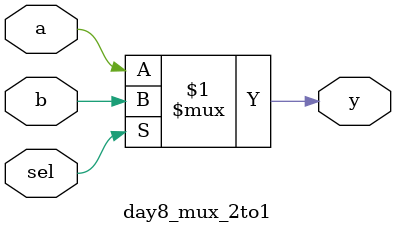
<source format=v>

module day8_mux_2to1(
    input wire a,    // Input 0
    input wire b,    // Input 1
    input wire sel,  // Selector
    output wire y    // Output
);

    // The Ternary Operator ( ? : )
    // "Is sel true? If yes, output b. If no, output a."
    assign y = sel ? b : a;

endmodule

</source>
